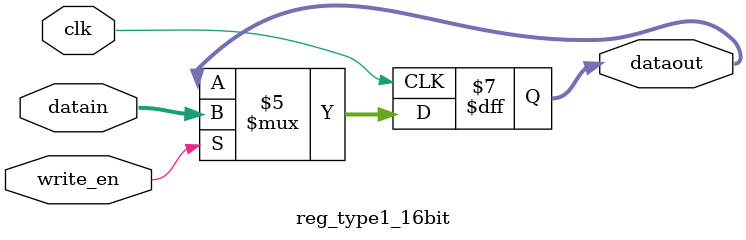
<source format=v>
module reg_type1_16bit(input clk, 
							 input write_en,
							 input [15:0]datain,
							 
							 output reg [15:0]dataout = 16'd0);


	always @ (posedge clk)
		begin
			if (write_en==1) dataout <= datain;
			else             dataout <= dataout;
		end

endmodule 
</source>
